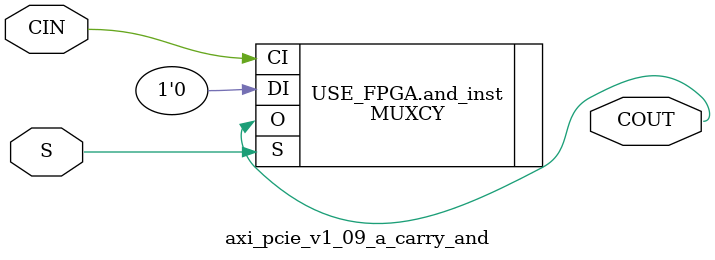
<source format=v>
`timescale 1ns/100ps


module axi_pcie_v1_09_a_carry_and #
  (
   parameter         C_FAMILY                         = "virtex6"
                       // FPGA Family. Current version: virtex6 or spartan6.
   )
  (
   input  wire        CIN,
   input  wire        S,
   output wire        COUT
   );
  
  
  /////////////////////////////////////////////////////////////////////////////
  // Variables for generating parameter controlled instances.
  /////////////////////////////////////////////////////////////////////////////
  
  
  /////////////////////////////////////////////////////////////////////////////
  // Local params
  /////////////////////////////////////////////////////////////////////////////
  
  
  /////////////////////////////////////////////////////////////////////////////
  // Functions
  /////////////////////////////////////////////////////////////////////////////
  
  
  /////////////////////////////////////////////////////////////////////////////
  // Internal signals
  /////////////////////////////////////////////////////////////////////////////

  
  /////////////////////////////////////////////////////////////////////////////
  // Instantiate or use RTL code
  /////////////////////////////////////////////////////////////////////////////
  
  generate
    if ( C_FAMILY == "rtl" ) begin : USE_RTL
      assign COUT = CIN & S;
      
    end else begin : USE_FPGA
      MUXCY and_inst 
      (
       .O (COUT), 
       .CI (CIN), 
       .DI (1'b0), 
       .S (S)
      ); 
      
    end
  endgenerate
  
  
endmodule

</source>
